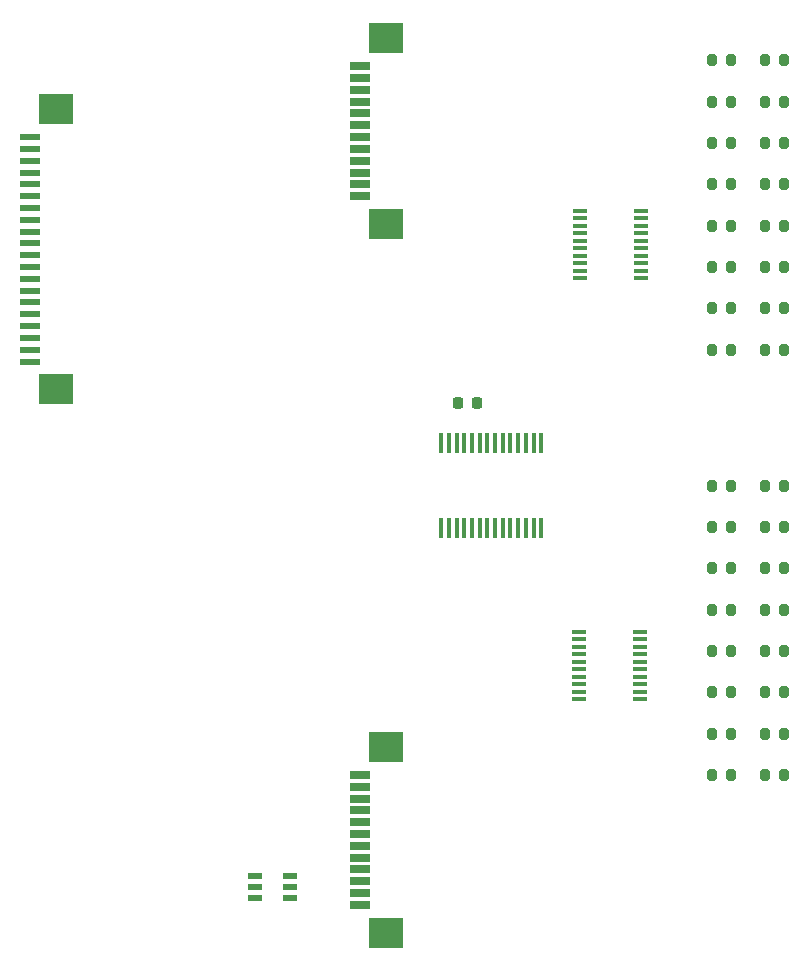
<source format=gbr>
%TF.GenerationSoftware,KiCad,Pcbnew,9.0.3*%
%TF.CreationDate,2025-09-01T16:02:37+03:00*%
%TF.ProjectId,PMCNV-DI16,504d434e-562d-4444-9931-362e6b696361,rev?*%
%TF.SameCoordinates,Original*%
%TF.FileFunction,Paste,Top*%
%TF.FilePolarity,Positive*%
%FSLAX46Y46*%
G04 Gerber Fmt 4.6, Leading zero omitted, Abs format (unit mm)*
G04 Created by KiCad (PCBNEW 9.0.3) date 2025-09-01 16:02:37*
%MOMM*%
%LPD*%
G01*
G04 APERTURE LIST*
G04 Aperture macros list*
%AMRoundRect*
0 Rectangle with rounded corners*
0 $1 Rounding radius*
0 $2 $3 $4 $5 $6 $7 $8 $9 X,Y pos of 4 corners*
0 Add a 4 corners polygon primitive as box body*
4,1,4,$2,$3,$4,$5,$6,$7,$8,$9,$2,$3,0*
0 Add four circle primitives for the rounded corners*
1,1,$1+$1,$2,$3*
1,1,$1+$1,$4,$5*
1,1,$1+$1,$6,$7*
1,1,$1+$1,$8,$9*
0 Add four rect primitives between the rounded corners*
20,1,$1+$1,$2,$3,$4,$5,0*
20,1,$1+$1,$4,$5,$6,$7,0*
20,1,$1+$1,$6,$7,$8,$9,0*
20,1,$1+$1,$8,$9,$2,$3,0*%
G04 Aperture macros list end*
%ADD10RoundRect,0.200000X-0.200000X-0.275000X0.200000X-0.275000X0.200000X0.275000X-0.200000X0.275000X0*%
%ADD11R,1.181100X0.558800*%
%ADD12R,1.200000X0.400000*%
%ADD13RoundRect,0.225000X0.225000X0.250000X-0.225000X0.250000X-0.225000X-0.250000X0.225000X-0.250000X0*%
%ADD14R,0.431800X1.655601*%
%ADD15R,1.803400X0.635000*%
%ADD16R,2.997200X2.590800*%
%ADD17R,1.800000X0.600000*%
%ADD18R,3.000000X2.600000*%
G04 APERTURE END LIST*
D10*
%TO.C,R31*%
X25675000Y-21000000D03*
X27325000Y-21000000D03*
%TD*%
D11*
%TO.C,U4*%
X-17466850Y-33049999D03*
X-17466850Y-34000000D03*
X-17466850Y-34950001D03*
X-14533150Y-34950001D03*
X-14533150Y-34000000D03*
X-14533150Y-33049999D03*
%TD*%
D10*
%TO.C,R16*%
X25675000Y11500000D03*
X27325000Y11500000D03*
%TD*%
%TO.C,R13*%
X21175000Y15000000D03*
X22825000Y15000000D03*
%TD*%
%TO.C,R18*%
X21175000Y-3500000D03*
X22825000Y-3500000D03*
%TD*%
%TO.C,R28*%
X25675000Y-10500000D03*
X27325000Y-10500000D03*
%TD*%
D12*
%TO.C,U5*%
X15200000Y17550000D03*
X15200000Y18185000D03*
X15200000Y18820000D03*
X15200000Y19455000D03*
X15200000Y20090000D03*
X15200000Y20725000D03*
X15200000Y21360000D03*
X15200000Y21995000D03*
X15200000Y22630000D03*
X15200000Y23265000D03*
X10000000Y23265000D03*
X10000000Y22630000D03*
X10000000Y21995000D03*
X10000000Y21360000D03*
X10000000Y20725000D03*
X10000000Y20090000D03*
X10000000Y19455000D03*
X10000000Y18820000D03*
X10000000Y18185000D03*
X10000000Y17550000D03*
%TD*%
D10*
%TO.C,R4*%
X25675000Y32500000D03*
X27325000Y32500000D03*
%TD*%
%TO.C,R24*%
X21175000Y-24500000D03*
X22825000Y-24500000D03*
%TD*%
%TO.C,R23*%
X21175000Y-21000000D03*
X22825000Y-21000000D03*
%TD*%
%TO.C,R11*%
X21175000Y18500000D03*
X22825000Y18500000D03*
%TD*%
%TO.C,R2*%
X25675000Y36000000D03*
X27325000Y36000000D03*
%TD*%
D13*
%TO.C,C1*%
X1275000Y7000000D03*
X-275000Y7000000D03*
%TD*%
D10*
%TO.C,R20*%
X21175000Y-10500000D03*
X22825000Y-10500000D03*
%TD*%
D14*
%TO.C,U1*%
X6745000Y3627801D03*
X6094999Y3627801D03*
X5445000Y3627801D03*
X4794999Y3627801D03*
X4145001Y3627801D03*
X3494999Y3627801D03*
X2845001Y3627801D03*
X2195002Y3627801D03*
X1545001Y3627801D03*
X895002Y3627801D03*
X245001Y3627801D03*
X-404998Y3627801D03*
X-1054999Y3627801D03*
X-1704998Y3627801D03*
X-1705000Y-3627801D03*
X-1054999Y-3627801D03*
X-405000Y-3627801D03*
X245001Y-3627801D03*
X894999Y-3627801D03*
X1545001Y-3627801D03*
X2194999Y-3627801D03*
X2845001Y-3627801D03*
X3494999Y-3627801D03*
X4145001Y-3627801D03*
X4794999Y-3627801D03*
X5445000Y-3627801D03*
X6094999Y-3627801D03*
X6745000Y-3627801D03*
%TD*%
D10*
%TO.C,R5*%
X21175000Y29000000D03*
X22825000Y29000000D03*
%TD*%
D15*
%TO.C,J12*%
X-8556000Y24500008D03*
X-8556000Y25500006D03*
X-8556000Y26500004D03*
X-8556000Y27500002D03*
X-8556000Y28500000D03*
X-8556000Y29500000D03*
X-8556000Y30500000D03*
X-8556000Y31500000D03*
X-8556000Y32499998D03*
X-8556000Y33499996D03*
X-8556000Y34499994D03*
X-8556000Y35499992D03*
D16*
X-6385999Y22149997D03*
X-6385999Y37850003D03*
%TD*%
D10*
%TO.C,R3*%
X21175000Y32500000D03*
X22825000Y32500000D03*
%TD*%
%TO.C,R26*%
X25675000Y-3500000D03*
X27325000Y-3500000D03*
%TD*%
%TO.C,R7*%
X21175000Y25500000D03*
X22825000Y25500000D03*
%TD*%
%TO.C,R17*%
X21175000Y0D03*
X22825000Y0D03*
%TD*%
%TO.C,R32*%
X25675000Y-24500000D03*
X27325000Y-24500000D03*
%TD*%
D17*
%TO.C,JM1*%
X-36546000Y10500000D03*
X-36546000Y11500000D03*
X-36546000Y12500000D03*
X-36546000Y13500000D03*
X-36546000Y14500000D03*
X-36546000Y15500000D03*
X-36546000Y16500000D03*
X-36546000Y17500000D03*
X-36546000Y18500000D03*
X-36546000Y19500000D03*
X-36546000Y20500000D03*
X-36546000Y21500000D03*
X-36546000Y22500000D03*
X-36546000Y23500000D03*
X-36546000Y24500000D03*
X-36546000Y25500000D03*
X-36546000Y26500000D03*
X-36546000Y27500000D03*
X-36546000Y28500000D03*
X-36546000Y29500000D03*
D18*
X-34375000Y8150000D03*
X-34375000Y31850000D03*
%TD*%
D10*
%TO.C,R8*%
X25675000Y25500000D03*
X27325000Y25500000D03*
%TD*%
%TO.C,R30*%
X25675000Y-17500000D03*
X27325000Y-17500000D03*
%TD*%
%TO.C,R6*%
X25675000Y29000000D03*
X27325000Y29000000D03*
%TD*%
%TO.C,R1*%
X21175000Y36000000D03*
X22825000Y36000000D03*
%TD*%
%TO.C,R22*%
X21175000Y-17500000D03*
X22825000Y-17500000D03*
%TD*%
D15*
%TO.C,J2*%
X-8556000Y-35499992D03*
X-8556000Y-34499994D03*
X-8556000Y-33499996D03*
X-8556000Y-32499998D03*
X-8556000Y-31500000D03*
X-8556000Y-30500000D03*
X-8556000Y-29500000D03*
X-8556000Y-28500000D03*
X-8556000Y-27500002D03*
X-8556000Y-26500004D03*
X-8556000Y-25500006D03*
X-8556000Y-24500008D03*
D16*
X-6385999Y-37850003D03*
X-6385999Y-22149997D03*
%TD*%
D10*
%TO.C,R10*%
X25675000Y22000000D03*
X27325000Y22000000D03*
%TD*%
%TO.C,R14*%
X25675000Y15000000D03*
X27325000Y15000000D03*
%TD*%
D12*
%TO.C,U3*%
X15140000Y-18097500D03*
X15140000Y-17462500D03*
X15140000Y-16827500D03*
X15140000Y-16192500D03*
X15140000Y-15557500D03*
X15140000Y-14922500D03*
X15140000Y-14287500D03*
X15140000Y-13652500D03*
X15140000Y-13017500D03*
X15140000Y-12382500D03*
X9940000Y-12382500D03*
X9940000Y-13017500D03*
X9940000Y-13652500D03*
X9940000Y-14287500D03*
X9940000Y-14922500D03*
X9940000Y-15557500D03*
X9940000Y-16192500D03*
X9940000Y-16827500D03*
X9940000Y-17462500D03*
X9940000Y-18097500D03*
%TD*%
D10*
%TO.C,R12*%
X25675000Y18500000D03*
X27325000Y18500000D03*
%TD*%
%TO.C,R9*%
X21175000Y22000000D03*
X22825000Y22000000D03*
%TD*%
%TO.C,R19*%
X21175000Y-7000000D03*
X22825000Y-7000000D03*
%TD*%
%TO.C,R27*%
X25675000Y-7000000D03*
X27325000Y-7000000D03*
%TD*%
%TO.C,R25*%
X25675000Y0D03*
X27325000Y0D03*
%TD*%
%TO.C,R21*%
X21175000Y-14000000D03*
X22825000Y-14000000D03*
%TD*%
%TO.C,R29*%
X25675000Y-14000000D03*
X27325000Y-14000000D03*
%TD*%
%TO.C,R15*%
X21175000Y11500000D03*
X22825000Y11500000D03*
%TD*%
M02*

</source>
